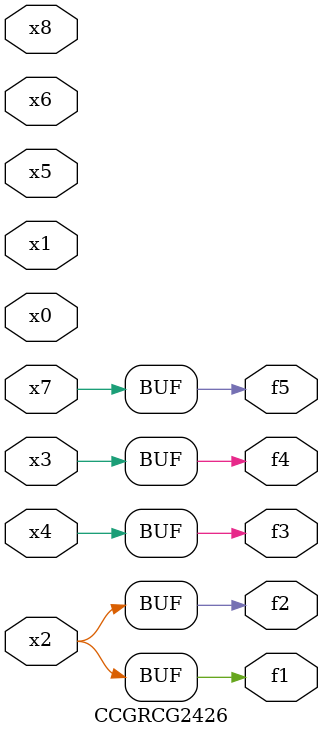
<source format=v>
module CCGRCG2426(
	input x0, x1, x2, x3, x4, x5, x6, x7, x8,
	output f1, f2, f3, f4, f5
);
	assign f1 = x2;
	assign f2 = x2;
	assign f3 = x4;
	assign f4 = x3;
	assign f5 = x7;
endmodule

</source>
